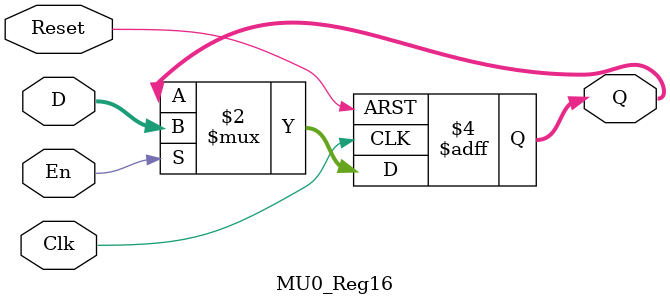
<source format=v>

`timescale 1ns/100ps

// for simulation purposes, do not delete
`default_nettype none

// module header

module MU0_Reg16 (
input  wire        Clk, 
input  wire        Reset,     
input  wire        En, 
input  wire [15:0] D, 
output reg  [15:0] Q
 );

// behavioural code - clock driven
always @ (posedge Clk, posedge Reset)
begin
    if(Reset)
        Q <= 16'h0000;  // if reset is high, set output back to 0
    else if(En)
        Q <= D; // as long as Enable is high output (Q) is set to Din
end

endmodule 

// for simulation purposes, do not delete
`default_nettype wire

</source>
